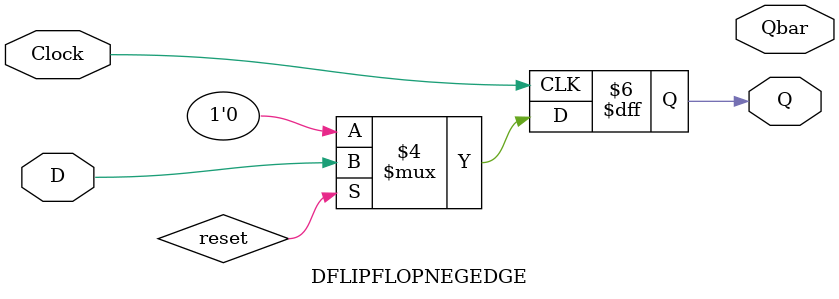
<source format=v>
module DFLIPFLOPNEGEDGE(D,Clock,Q,Qbar);
input D,Clock;
output reg Q,Qbar;
always @ (negedge Clock)
  if(!reset)
  Q <= 0;
  else
  Q <= D;
endmodule

</source>
